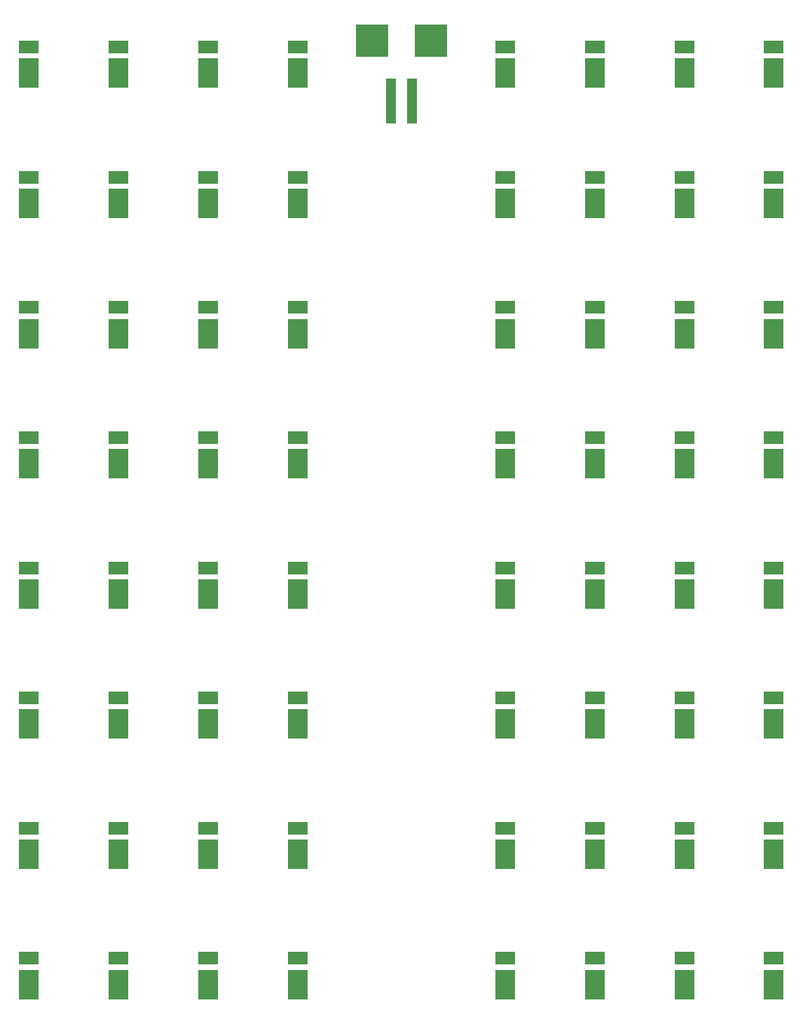
<source format=gtp>
%FSLAX25Y25*%
%MOIN*%
G70*
G01*
G75*
G04 Layer_Color=8421504*
%ADD10R,0.09449X0.06496*%
%ADD11R,0.09449X0.14370*%
%ADD12R,0.05118X0.21654*%
%ADD13R,0.15748X0.15354*%
%ADD14C,0.15748*%
D10*
X177165Y224606D02*
D03*
X177165Y162739D02*
D03*
Y100872D02*
D03*
Y39004D02*
D03*
Y-22863D02*
D03*
Y-84730D02*
D03*
Y-146597D02*
D03*
Y-208465D02*
D03*
X134514Y224606D02*
D03*
Y162739D02*
D03*
Y100872D02*
D03*
Y39004D02*
D03*
Y-22863D02*
D03*
Y-84730D02*
D03*
Y-146597D02*
D03*
Y-208465D02*
D03*
X91864Y224606D02*
D03*
Y162739D02*
D03*
Y100872D02*
D03*
Y39004D02*
D03*
Y-22863D02*
D03*
Y-84730D02*
D03*
Y-146597D02*
D03*
Y-208465D02*
D03*
X49213Y224606D02*
D03*
Y162739D02*
D03*
Y100872D02*
D03*
Y39004D02*
D03*
Y-22863D02*
D03*
Y-84730D02*
D03*
Y-146597D02*
D03*
Y-208465D02*
D03*
X-49213Y224606D02*
D03*
Y162739D02*
D03*
Y100872D02*
D03*
Y39004D02*
D03*
Y-22863D02*
D03*
Y-84730D02*
D03*
Y-146597D02*
D03*
Y-208465D02*
D03*
X-91864Y224606D02*
D03*
Y162739D02*
D03*
Y100872D02*
D03*
Y39004D02*
D03*
Y-22863D02*
D03*
Y-84730D02*
D03*
Y-146597D02*
D03*
Y-208465D02*
D03*
X-134514Y224606D02*
D03*
Y162739D02*
D03*
Y100872D02*
D03*
Y39004D02*
D03*
Y-22863D02*
D03*
Y-84730D02*
D03*
Y-146597D02*
D03*
Y-208465D02*
D03*
X-177165Y224606D02*
D03*
Y162739D02*
D03*
Y100872D02*
D03*
Y39004D02*
D03*
Y-22863D02*
D03*
Y-84730D02*
D03*
Y-146597D02*
D03*
Y-208465D02*
D03*
D11*
X177165Y212205D02*
D03*
X177165Y150337D02*
D03*
Y88470D02*
D03*
Y26603D02*
D03*
Y-35264D02*
D03*
Y-97132D02*
D03*
Y-158999D02*
D03*
Y-220866D02*
D03*
X134514Y212205D02*
D03*
Y150337D02*
D03*
Y88470D02*
D03*
Y26603D02*
D03*
Y-35264D02*
D03*
Y-97132D02*
D03*
Y-158999D02*
D03*
Y-220866D02*
D03*
X91864Y212205D02*
D03*
Y150337D02*
D03*
Y88470D02*
D03*
Y26603D02*
D03*
Y-35264D02*
D03*
Y-97132D02*
D03*
Y-158999D02*
D03*
Y-220866D02*
D03*
X49213Y212205D02*
D03*
Y150337D02*
D03*
Y88470D02*
D03*
Y26603D02*
D03*
Y-35264D02*
D03*
Y-97132D02*
D03*
Y-158999D02*
D03*
Y-220866D02*
D03*
X-49213Y212205D02*
D03*
Y150337D02*
D03*
Y88470D02*
D03*
Y26603D02*
D03*
Y-35264D02*
D03*
Y-97132D02*
D03*
Y-158999D02*
D03*
Y-220866D02*
D03*
X-91864Y212205D02*
D03*
Y150337D02*
D03*
Y88470D02*
D03*
Y26603D02*
D03*
Y-35264D02*
D03*
Y-97132D02*
D03*
Y-158999D02*
D03*
Y-220866D02*
D03*
X-134514Y212205D02*
D03*
Y150337D02*
D03*
Y88470D02*
D03*
Y26603D02*
D03*
Y-35264D02*
D03*
Y-97132D02*
D03*
Y-158999D02*
D03*
Y-220866D02*
D03*
X-177165Y212205D02*
D03*
Y150337D02*
D03*
Y88470D02*
D03*
Y26603D02*
D03*
Y-35264D02*
D03*
Y-97132D02*
D03*
Y-158999D02*
D03*
Y-220866D02*
D03*
D12*
X4921Y199016D02*
D03*
X-4921D02*
D03*
D13*
X-13976Y227756D02*
D03*
X13976D02*
D03*
M02*

</source>
